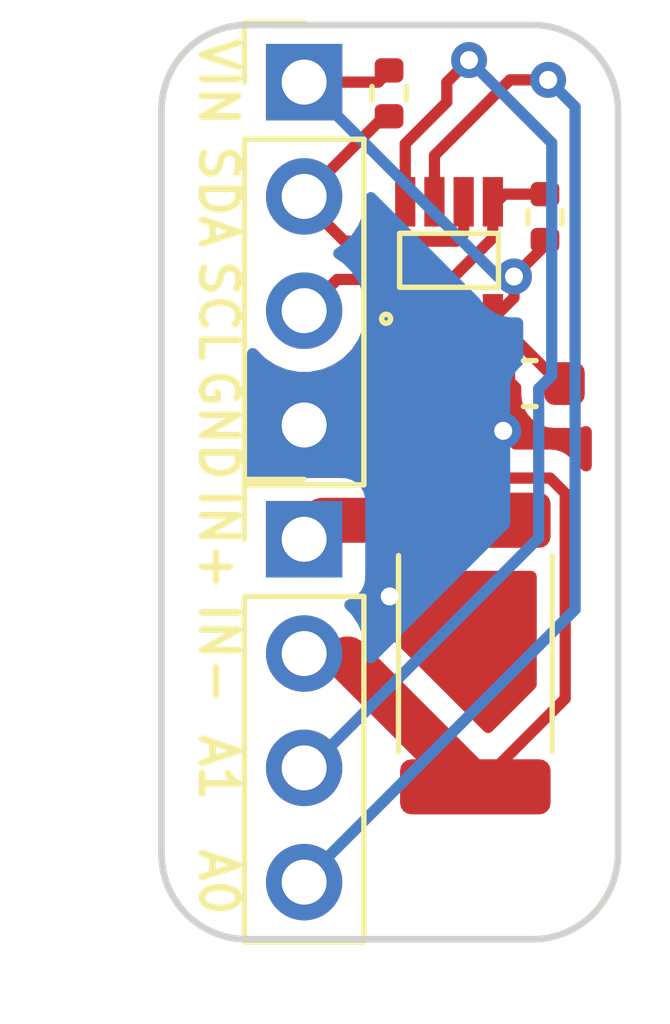
<source format=kicad_pcb>
(kicad_pcb (version 20211014) (generator pcbnew)
  (layers (0 "F.Cu" signal) (31 "B.Cu" signal) (34 "B.Paste" user) (35 "F.Paste" user) (36 "B.SilkS" user "B.Silkscreen") (37 "F.SilkS" user "F.Silkscreen") (38 "B.Mask" user) (39 "F.Mask" user) (44 "Edge.Cuts" user))
  (net 0 "")
  (net 1 "/A1")
  (net 2 "/A0")
  (net 3 "/SDA")
  (net 4 "/SCL")
  (net 5 "/GND")
  (net 6 "/VIN")
  (net 7 "/IN-")
  (net 8 "/IN+")
  (footprint "Connector_PinHeader_2.54mm:PinHeader_1x04_P2.54mm_Vertical" (layer "F.Cu") (at 102.87 120.65)
    (fp_text reference "J1" hide)
    (fp_text value "Conn_01x04_Male")
    (fp_line (start -1.33 1.27) (end 1.33 1.27) (layer "F.SilkS") (width 0.12))
    (fp_line (start -1.33 -1.33) (end 0 -1.33) (layer "F.SilkS") (width 0.12))
    (fp_line (start 1.33 1.27) (end 1.33 8.95) (layer "F.SilkS") (width 0.12))
    (fp_line (start -1.33 1.27) (end -1.33 8.95) (layer "F.SilkS") (width 0.12))
    (fp_line (start -1.33 0) (end -1.33 -1.33) (layer "F.SilkS") (width 0.12))
    (fp_line (start -1.33 8.95) (end 1.33 8.95) (layer "F.SilkS") (width 0.12))
    (pad "1" thru_hole rect locked (at 0 0) (size 1.7 1.7) (drill 1) (layers *.Cu *.Mask) (net 6 "/VIN"))
    (pad "2" thru_hole oval locked (at 0 2.54) (size 1.7 1.7) (drill 1) (layers *.Cu *.Mask) (net 3 "/SDA"))
    (pad "3" thru_hole oval locked (at 0 5.08) (size 1.7 1.7) (drill 1) (layers *.Cu *.Mask) (net 4 "/SCL"))
    (pad "4" thru_hole oval locked (at 0 7.62) (size 1.7 1.7) (drill 1) (layers *.Cu *.Mask) (net 5 "/GND"))
  )
  (footprint "Connector_PinHeader_2.54mm:PinHeader_1x04_P2.54mm_Vertical" (layer "F.Cu") (at 102.87 130.81)
    (fp_text reference "J2" hide)
    (fp_text value "Conn_01x04_Male")
    (fp_line (start -1.33 0) (end -1.33 -1.33) (layer "F.SilkS") (width 0.12))
    (fp_line (start -1.33 -1.33) (end 0 -1.33) (layer "F.SilkS") (width 0.12))
    (fp_line (start 1.33 1.27) (end 1.33 8.95) (layer "F.SilkS") (width 0.12))
    (fp_line (start -1.33 8.95) (end 1.33 8.95) (layer "F.SilkS") (width 0.12))
    (fp_line (start -1.33 1.27) (end 1.33 1.27) (layer "F.SilkS") (width 0.12))
    (fp_line (start -1.33 1.27) (end -1.33 8.95) (layer "F.SilkS") (width 0.12))
    (pad "1" thru_hole rect locked (at 0 0) (size 1.7 1.7) (drill 1) (layers *.Cu *.Mask) (net 8 "/IN+"))
    (pad "2" thru_hole oval locked (at 0 2.54) (size 1.7 1.7) (drill 1) (layers *.Cu *.Mask) (net 7 "/IN-"))
    (pad "3" thru_hole oval locked (at 0 5.08) (size 1.7 1.7) (drill 1) (layers *.Cu *.Mask) (net 1 "/A1"))
    (pad "4" thru_hole oval locked (at 0 7.62) (size 1.7 1.7) (drill 1) (layers *.Cu *.Mask) (net 2 "/A0"))
  )
  (footprint "Resistor_SMD:R_0402_1005Metric" (layer "F.Cu") (at 108.23 123.65 90)
    (fp_text reference "R3" hide)
    (fp_text value "10K")
    (fp_line (start -0.153641 -0.38) (end 0.153641 -0.38) (layer "F.SilkS") (width 0.12))
    (fp_line (start -0.153641 0.38) (end 0.153641 0.38) (layer "F.SilkS") (width 0.12))
    (pad "1" smd roundrect locked (at -0.51 0 90) (size 0.54 0.64) (layers "F.Cu" "F.Paste" "F.Mask") (net 6 "/VIN"))
    (pad "2" smd roundrect locked (at 0.51 0 90) (size 0.54 0.64) (layers "F.Cu" "F.Paste" "F.Mask") (net 4 "/SCL"))
  )
  (footprint "Resistor_SMD:R_0402_1005Metric" (layer "F.Cu") (at 104.76 120.9 -90)
    (fp_text reference "R2" hide)
    (fp_text value "10K")
    (fp_line (start -0.153641 -0.38) (end 0.153641 -0.38) (layer "F.SilkS") (width 0.12))
    (fp_line (start -0.153641 0.38) (end 0.153641 0.38) (layer "F.SilkS") (width 0.12))
    (pad "1" smd roundrect locked (at -0.51 0 270) (size 0.54 0.64) (layers "F.Cu" "F.Paste" "F.Mask") (net 6 "/VIN"))
    (pad "2" smd roundrect locked (at 0.51 0 270) (size 0.54 0.64) (layers "F.Cu" "F.Paste" "F.Mask") (net 3 "/SDA"))
  )
  (footprint "Resistor_SMD:R_2512_6332Metric" (layer "F.Cu") (at 106.68 133.35 -90)
    (fp_text reference "R1" hide)
    (fp_text value "Shunt")
    (fp_line (start -2.177064 1.71) (end 2.177064 1.71) (layer "F.SilkS") (width 0.12))
    (fp_line (start -2.177064 -1.71) (end 2.177064 -1.71) (layer "F.SilkS") (width 0.12))
    (pad "1" smd roundrect locked (at -2.9625 0 270) (size 1.225 3.35) (layers "F.Cu" "F.Paste" "F.Mask") (roundrect_rratio 0.2040816327) (net 8 "/IN+"))
    (pad "2" smd roundrect locked (at 2.9625 0 270) (size 1.225 3.35) (layers "F.Cu" "F.Paste" "F.Mask") (roundrect_rratio 0.2040816327) (net 7 "/IN-"))
  )
  (footprint "HS2_parts:SOT-23-8" (layer "F.Cu") (at 105.12 125.91 90)
    (fp_text reference "U1" hide)
    (fp_text value "INA219B")
    (fp_line (start 0.7 -0.125) (end 1.9 -0.125) (layer "F.SilkS") (width 0.12))
    (fp_line (start 1.9 2.075) (end 0.7 2.075) (layer "F.SilkS") (width 0.12))
    (fp_line (start 1.9 -0.125) (end 1.9 2.075) (layer "F.SilkS") (width 0.12))
    (fp_line (start 0.7 2.075) (end 0.7 -0.125) (layer "F.SilkS") (width 0.12))
    (fp_circle (center 0 -0.425) (end 0 -0.325) (layer "F.SilkS") (width 0.12) (fill none))
    (pad "1" smd rect locked (at 0 0 90) (size 1.1 0.45) (layers "F.Cu" "F.Paste" "F.Mask") (net 8 "/IN+"))
    (pad "2" smd rect locked (at 0 0.65 90) (size 1.1 0.45) (layers "F.Cu" "F.Paste" "F.Mask") (net 7 "/IN-"))
    (pad "3" smd rect locked (at 0 1.3 90) (size 1.1 0.45) (layers "F.Cu" "F.Paste" "F.Mask") (net 5 "/GND"))
    (pad "4" smd rect locked (at 0 1.95 90) (size 1.1 0.45) (layers "F.Cu" "F.Paste" "F.Mask") (net 6 "/VIN"))
    (pad "5" smd rect locked (at 2.6 1.95 90) (size 1.1 0.45) (layers "F.Cu" "F.Paste" "F.Mask") (net 4 "/SCL"))
    (pad "6" smd rect locked (at 2.6 1.3 90) (size 1.1 0.45) (layers "F.Cu" "F.Paste" "F.Mask") (net 3 "/SDA"))
    (pad "7" smd rect locked (at 2.6 0.65 90) (size 1.1 0.45) (layers "F.Cu" "F.Paste" "F.Mask") (net 2 "/A0"))
    (pad "8" smd rect locked (at 2.6 0 90) (size 1.1 0.45) (layers "F.Cu" "F.Paste" "F.Mask") (net 1 "/A1"))
  )
  (footprint "Capacitor_SMD:C_0603_1608Metric" (layer "F.Cu") (at 107.89 127.35 180)
    (fp_text reference "C1" hide)
    (fp_text value "C_Small")
    (fp_line (start -0.14058 -0.51) (end 0.14058 -0.51) (layer "F.SilkS") (width 0.12))
    (fp_line (start -0.14058 0.51) (end 0.14058 0.51) (layer "F.SilkS") (width 0.12))
    (pad "1" smd roundrect locked (at -0.775 0 180) (size 0.9 0.95) (layers "F.Cu" "F.Paste" "F.Mask") (net 6 "/VIN"))
    (pad "2" smd roundrect locked (at 0.775 0 180) (size 0.9 0.95) (layers "F.Cu" "F.Paste" "F.Mask") (net 5 "/GND"))
  )
  (gr_line (start 101.6 139.7) (end 107.95 139.7) (layer "Edge.Cuts") (width 0.15))
  (gr_line (start 107.95 119.38) (end 101.6 119.38) (layer "Edge.Cuts") (width 0.15))
  (gr_line (start 99.695 121.285) (end 99.695 137.795) (layer "Edge.Cuts") (width 0.15))
  (gr_arc (start 107.95 119.38) (mid 109.297038 119.937962) (end 109.855 121.285) (layer "Edge.Cuts") (width 0.15))
  (gr_line (start 109.855 137.795) (end 109.855 121.285) (layer "Edge.Cuts") (width 0.15))
  (gr_arc (start 109.855 137.795) (mid 109.297038 139.142038) (end 107.95 139.7) (layer "Edge.Cuts") (width 0.15))
  (gr_arc (start 101.6 139.7) (mid 100.252962 139.142038) (end 99.695 137.795) (layer "Edge.Cuts") (width 0.15))
  (gr_arc (start 99.695 121.285) (mid 100.252962 119.937962) (end 101.6 119.38) (layer "Edge.Cuts") (width 0.15))
  (gr_text "A1" (at 100.965 135.89 270) (layer "F.SilkS") (effects (font (size 0.8 0.8))))
  (gr_text "VIN" (at 100.965 120.65 -90) (layer "F.SilkS") (effects (font (size 0.8 0.8))))
  (gr_text "IN+" (at 100.965 130.81 270) (layer "F.SilkS") (effects (font (size 0.8 0.8))))
  (gr_text "IN-" (at 100.965 133.35 270) (layer "F.SilkS") (effects (font (size 0.8 0.8))))
  (gr_text "A0" (at 100.965 138.43 270) (layer "F.SilkS") (effects (font (size 0.8 0.8))))
  (gr_text "GND" (at 100.965 128.27 270) (layer "F.SilkS") (effects (font (size 0.8 0.8))))
  (gr_text "SCL" (at 100.965 125.73 270) (layer "F.SilkS") (effects (font (size 0.8 0.8))))
  (gr_text "SDA" (at 100.965 123.19 -90) (layer "F.SilkS") (effects (font (size 0.8 0.8))))
  (segment (start 106.045 121.095554) (end 106.045 120.655) (width 0.25) (layer "F.Cu") (net 1))
  (segment (start 105.12 122.020554) (end 106.045 121.095554) (width 0.25) (layer "F.Cu") (net 1))
  (segment (start 106.045 120.655) (end 106.54 120.16) (width 0.25) (layer "F.Cu") (net 1))
  (segment (start 105.12 123.31) (end 105.12 122.020554) (width 0.25) (layer "F.Cu") (net 1))
  (via (at 106.54 120.16) (size 0.8) (drill 0.4) (layers "F.Cu" "B.Cu") (net 1))
  (segment (start 108.38 127.173002) (end 108.09 127.463002) (width 0.25) (layer "B.Cu") (net 1))
  (segment (start 108.09 130.78) (end 102.93 135.94) (width 0.25) (layer "B.Cu") (net 1))
  (segment (start 106.54 120.16) (end 108.38 122) (width 0.25) (layer "B.Cu") (net 1))
  (segment (start 108.38 122) (end 108.38 127.173002) (width 0.25) (layer "B.Cu") (net 1))
  (segment (start 108.09 127.463002) (end 108.09 130.78) (width 0.25) (layer "B.Cu") (net 1))
  (segment (start 105.77 123.31) (end 105.77 122.28) (width 0.25) (layer "F.Cu") (net 2))
  (segment (start 105.77 122.28) (end 107.45 120.6) (width 0.25) (layer "F.Cu") (net 2))
  (segment (start 107.45 120.6) (end 108.3 120.6) (width 0.25) (layer "F.Cu") (net 2))
  (via (at 108.3 120.6) (size 0.8) (drill 0.4) (layers "F.Cu" "B.Cu") (net 2))
  (segment (start 108.899999 121.199999) (end 108.3 120.6) (width 0.25) (layer "B.Cu") (net 2))
  (segment (start 102.83 138.44) (end 108.899999 132.370001) (width 0.25) (layer "B.Cu") (net 2))
  (segment (start 108.899999 132.370001) (end 108.899999 121.199999) (width 0.25) (layer "B.Cu") (net 2))
  (segment (start 106.255001 124.185001) (end 103.765001 124.185001) (width 0.25) (layer "F.Cu") (net 3))
  (segment (start 106.42 124.020002) (end 106.255001 124.185001) (width 0.25) (layer "F.Cu") (net 3))
  (segment (start 103.765001 124.185001) (end 102.83 123.25) (width 0.25) (layer "F.Cu") (net 3))
  (segment (start 102.87 123.19) (end 104.58 121.48) (width 0.25) (layer "F.Cu") (net 3))
  (segment (start 104.58 121.48) (end 104.75 121.48) (width 0.25) (layer "F.Cu") (net 3))
  (segment (start 106.42 123.31) (end 106.42 124.020002) (width 0.25) (layer "F.Cu") (net 3))
  (segment (start 107.07 123.31) (end 107.07 124.11) (width 0.25) (layer "F.Cu") (net 4))
  (segment (start 108.23 123.14) (end 107.33 123.14) (width 0.25) (layer "F.Cu") (net 4))
  (segment (start 103.605001 125.034999) (end 102.87 125.77) (width 0.25) (layer "F.Cu") (net 4))
  (segment (start 107.33 123.14) (end 107.16 123.31) (width 0.25) (layer "F.Cu") (net 4))
  (segment (start 106.145001 125.034999) (end 103.605001 125.034999) (width 0.25) (layer "F.Cu") (net 4))
  (segment (start 107.07 124.11) (end 106.145001 125.034999) (width 0.25) (layer "F.Cu") (net 4))
  (segment (start 106.42 126.81) (end 106.51 126.9) (width 0.25) (layer "F.Cu") (net 5))
  (segment (start 106.42 125.91) (end 106.42 126.81) (width 0.25) (layer "F.Cu") (net 5))
  (via (at 104.775 132.08) (size 0.8) (drill 0.4) (layers "F.Cu" "B.Cu") (net 5))
  (via (at 107.3 128.4) (size 0.8) (drill 0.4) (layers "F.Cu" "B.Cu") (net 5))
  (segment (start 108.56 127.35) (end 107.11 125.9) (width 0.25) (layer "F.Cu") (net 6))
  (segment (start 108.23 124.16) (end 108.23 124.279998) (width 0.25) (layer "F.Cu") (net 6))
  (segment (start 108.665 127.35) (end 108.56 127.35) (width 0.25) (layer "F.Cu") (net 6))
  (segment (start 104.52 120.65) (end 104.64 120.53) (width 0.25) (layer "F.Cu") (net 6))
  (segment (start 107.07 125.91) (end 107.539997 125.440003) (width 0.25) (layer "F.Cu") (net 6))
  (segment (start 108.23 124.279998) (end 107.539997 124.970001) (width 0.25) (layer "F.Cu") (net 6))
  (segment (start 102.87 120.65) (end 104.52 120.65) (width 0.25) (layer "F.Cu") (net 6))
  (segment (start 107.539997 125.440003) (end 107.539997 124.970001) (width 0.25) (layer "F.Cu") (net 6))
  (via (at 107.539997 124.970001) (size 0.8) (drill 0.4) (layers "F.Cu" "B.Cu") (net 6))
  (segment (start 107.180001 124.970001) (end 107.539997 124.970001) (width 0.25) (layer "B.Cu") (net 6))
  (segment (start 102.86 120.65) (end 107.180001 124.970001) (width 0.25) (layer "B.Cu") (net 6))
  (segment (start 103.8375 133.47) (end 102.97 133.47) (width 0.25) (layer "F.Cu") (net 7))
  (segment (start 106.68 136.3125) (end 103.8375 133.47) (width 1) (layer "F.Cu") (net 7))
  (segment (start 108.68001 134.34999) (end 106.67 136.36) (width 0.25) (layer "F.Cu") (net 7))
  (segment (start 107.25999 129.44999) (end 108.34318 129.44999) (width 0.25) (layer "F.Cu") (net 7))
  (segment (start 108.34318 129.44999) (end 108.68001 129.78682) (width 0.25) (layer "F.Cu") (net 7))
  (segment (start 105.77 125.91) (end 105.77 127.96) (width 0.25) (layer "F.Cu") (net 7))
  (segment (start 108.68001 129.78682) (end 108.68001 134.34999) (width 0.25) (layer "F.Cu") (net 7))
  (segment (start 105.77 127.96) (end 107.25999 129.44999) (width 0.25) (layer "F.Cu") (net 7))
  (segment (start 106.68 130.3875) (end 103.2925 130.3875) (width 1) (layer "F.Cu") (net 8))
  (segment (start 105.12 126.42) (end 105.219999 126.519999) (width 0.25) (layer "F.Cu") (net 8))
  (segment (start 105.219999 126.519999) (end 105.219999 128.829999) (width 0.25) (layer "F.Cu") (net 8))
  (segment (start 105.12 125.91) (end 105.12 126.42) (width 0.25) (layer "F.Cu") (net 8))
  (segment (start 105.219999 128.829999) (end 106.75 130.36) (width 0.25) (layer "F.Cu") (net 8))
  (segment (start 103.2925 130.3875) (end 102.93 130.75) (width 0.25) (layer "F.Cu") (net 8))
  (zone (net 5) (net_name "/GND") (layer "F.Cu") (connect_pads yes (clearance 0.508)) (min_thickness 0.254) (fill yes (thermal_gap 0.508) (thermal_bridge_width 0.508))
    (polygon (pts (xy 109.855 139.7) (xy 101.6 139.7) (xy 101.6 119.38) (xy 109.855 119.38)))
  )
  (zone (net 5) (net_name "/GND") (layer "B.Cu") (connect_pads yes (clearance 0.508)) (min_thickness 0.254) (fill yes (thermal_gap 0.508) (thermal_bridge_width 0.508))
    (polygon (pts (xy 109.855 139.7) (xy 101.6 139.7) (xy 101.6 119.38) (xy 109.855 119.38)))
  )
)
</source>
